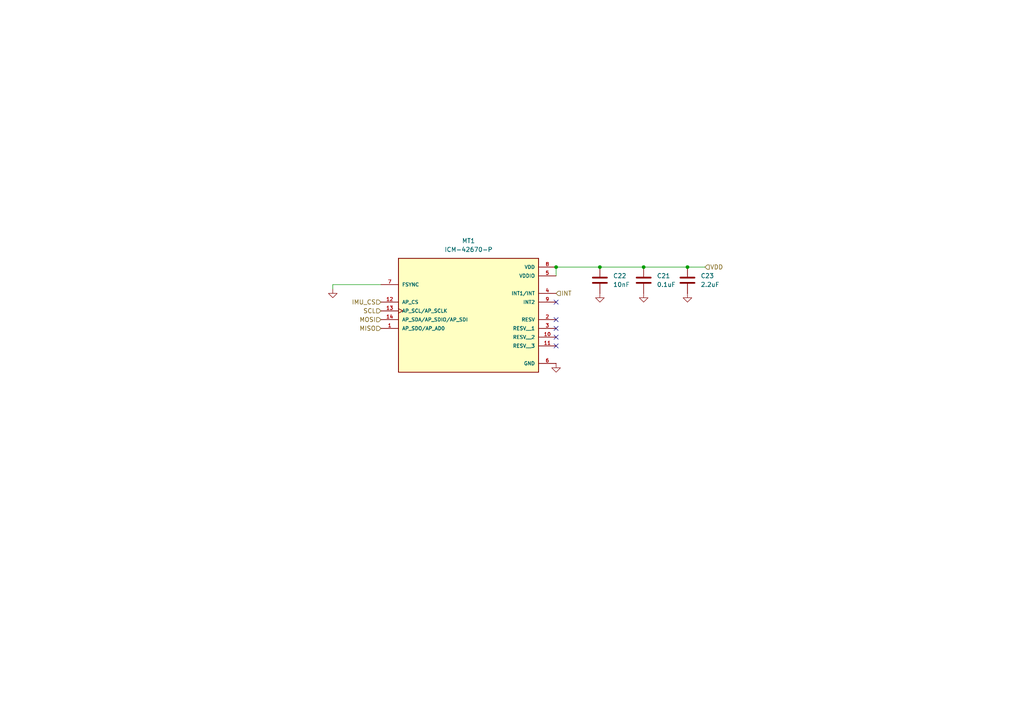
<source format=kicad_sch>
(kicad_sch (version 20250114) (generator "eeschema") (generator_version "9.0")
  (paper "A4")
  (lib_symbols
    (symbol "Device:C" (pin_numbers (hide yes)) (pin_names (offset 0.254))
      (property "Reference" "C" (at 0.635 2.54 0))
      (property "Value" "C" (at 0.635 -2.54 0))
      (symbol "C_0_1"
        (polyline (pts (xy -2.032 0.762) (xy 2.032 0.762)) (stroke (width 0.508)))
        (polyline (pts (xy -2.032 -0.762) (xy 2.032 -0.762)) (stroke (width 0.508)))
      )
      (symbol "C_1_1"
        (pin passive line (at 0 3.81 270) (length 2.794) (name "~") (number "1"))
        (pin passive line (at 0 -3.81 90) (length 2.794) (name "~") (number "2"))
      )
    )
    (symbol "ICM-42670-P:ICM-42670-P" (pin_names (offset 1.016))
      (property "Reference" "MT" (at -20.32 13.97 0))
      (property "Value" "ICM-42670-P" (at -20.32 -22.86 0))
      (symbol "ICM-42670-P_0_0"
        (rectangle (start -20.32 -20.32) (end 20.32 12.7) (stroke (width 0.254)) (fill (type background)))
        (pin input line (at -25.4 5.08 0) (length 5.08) (name "FSYNC") (number "7"))
        (pin input line (at -25.4 0 0) (length 5.08) (name "AP_CS") (number "12"))
        (pin input clock (at -25.4 -2.54 0) (length 5.08) (name "AP_SCL/AP_SCLK") (number "13"))
        (pin bidirectional line (at -25.4 -5.08 0) (length 5.08) (name "AP_SDA/AP_SDIO/AP_SDI") (number "14"))
        (pin bidirectional line (at -25.4 -7.62 0) (length 5.08) (name "AP_SDO/AP_AD0") (number "1"))
        (pin power_in line (at 25.4 10.16 180) (length 5.08) (name "VDD") (number "8"))
        (pin power_in line (at 25.4 7.62 180) (length 5.08) (name "VDDIO") (number "5"))
        (pin output line (at 25.4 2.54 180) (length 5.08) (name "INT1/INT") (number "4"))
        (pin output line (at 25.4 0 180) (length 5.08) (name "INT2") (number "9"))
        (pin passive line (at 25.4 -5.08 180) (length 5.08) (name "RESV") (number "2"))
        (pin passive line (at 25.4 -7.62 180) (length 5.08) (name "RESV__1") (number "3"))
        (pin passive line (at 25.4 -10.16 180) (length 5.08) (name "RESV__2") (number "10"))
        (pin passive line (at 25.4 -12.7 180) (length 5.08) (name "RESV__3") (number "11"))
        (pin power_in line (at 25.4 -17.78 180) (length 5.08) (name "GND") (number "6"))
      )
    )
    (symbol "power:GND" (power) (pin_numbers (hide yes)) (pin_names (offset 0) (hide yes))
      (property "Value" "GND" (at 0 -3.81 0))
      (symbol "GND_0_1"
        (polyline (pts (xy 0 0) (xy 0 -1.27) (xy 1.27 -1.27) (xy 0 -2.54) (xy -1.27 -1.27) (xy 0 -1.27)))
      )
      (symbol "GND_1_1"
        (pin power_in line (at 0 0 270) (length 0) (name "~") (number "1"))
      )
    )
  )
  (junction (at 186.69 77.47))
  (junction (at 199.39 77.47))
  (junction (at 161.29 77.47))
  (junction (at 173.99 77.47))
  (no_connect (at 161.29 95.25))
  (no_connect (at 161.29 100.33))
  (no_connect (at 161.29 87.63))
  (no_connect (at 161.29 97.79))
  (no_connect (at 161.29 92.71))
  (wire (pts (xy 96.52 82.55) (xy 96.52 83.82)))
  (wire (pts (xy 161.29 77.47) (xy 161.29 80.01)))
  (wire (pts (xy 204.47 77.47) (xy 199.39 77.47)))
  (wire (pts (xy 161.29 77.47) (xy 173.99 77.47)))
  (wire (pts (xy 110.49 82.55) (xy 96.52 82.55)))
  (wire (pts (xy 199.39 77.47) (xy 186.69 77.47)))
  (wire (pts (xy 173.99 77.47) (xy 186.69 77.47)))
  (hierarchical_label "VDD" (shape input) (at 204.47 77.47 0))
  (hierarchical_label "MOSI" (shape input) (at 110.49 92.71 180))
  (hierarchical_label "SCL" (shape input) (at 110.49 90.17 180))
  (hierarchical_label "IMU_CS" (shape input) (at 110.49 87.63 180))
  (hierarchical_label "INT" (shape input) (at 161.29 85.09 0))
  (hierarchical_label "MISO" (shape input) (at 110.49 95.25 180))
  (symbol (lib_id "power:GND") (at 199.39 85.09 0) (unit 1)
    (property "Reference" "#PWR040" (effects (hide yes)))
    (property "Value" "GND" (effects (hide yes)))
    (property "Description" "Power symbol creates a global label with name \"GND\" , ground" (effects (hide yes)))
  )
  (symbol (lib_id "power:GND") (at 186.69 85.09 0) (unit 1)
    (property "Reference" "#PWR038" (effects (hide yes)))
    (property "Value" "GND" (effects (hide yes)))
    (property "Description" "Power symbol creates a global label with name \"GND\" , ground" (effects (hide yes)))
  )
  (symbol (lib_id "power:GND") (at 173.99 85.09 0) (unit 1)
    (property "Reference" "#PWR039" (effects (hide yes)))
    (property "Value" "GND" (effects (hide yes)))
    (property "Description" "Power symbol creates a global label with name \"GND\" , ground" (effects (hide yes)))
  )
  (symbol (lib_id "power:GND") (at 161.29 105.41 0) (unit 1)
    (property "Reference" "#PWR037" (effects (hide yes)))
    (property "Value" "GND" (effects (hide yes)))
    (property "Description" "Power symbol creates a global label with name \"GND\" , ground" (effects (hide yes)))
  )
  (symbol (lib_id "Device:C") (at 173.99 81.28 0) (unit 1)
    (property "Reference" "C22" (at 177.8 80.0099 0) (effects (justify left)))
    (property "Value" "10nF" (at 177.8 82.5499 0) (effects (justify left)))
    (property "Description" "Unpolarized capacitor" (effects (hide yes)))
  )
  (symbol (lib_id "power:GND") (at 96.52 83.82 0) (unit 1)
    (property "Reference" "#PWR041" (effects (hide yes)))
    (property "Value" "GND" (effects (hide yes)))
    (property "Description" "Power symbol creates a global label with name \"GND\" , ground" (effects (hide yes)))
  )
  (symbol (lib_id "Device:C") (at 199.39 81.28 0) (unit 1)
    (property "Reference" "C23" (at 203.2 80.0099 0) (effects (justify left)))
    (property "Value" "2.2uF" (at 203.2 82.5499 0) (effects (justify left)))
    (property "Description" "Unpolarized capacitor" (effects (hide yes)))
  )
  (symbol (lib_id "Device:C") (at 186.69 81.28 0) (unit 1)
    (property "Reference" "C21" (at 190.5 80.0099 0) (effects (justify left)))
    (property "Value" "0.1uF" (at 190.5 82.5499 0) (effects (justify left)))
    (property "Description" "Unpolarized capacitor" (effects (hide yes)))
  )
  (symbol (lib_id "ICM-42670-P:ICM-42670-P") (at 135.89 87.63 0) (unit 1)
    (property "Reference" "MT1" (at 135.89 69.85 0))
    (property "Value" "ICM-42670-P" (at 135.89 72.39 0))
    (property "Footprint" "ICM-42670-P:XDCR_ICM-42670-P" (effects (hide yes)))
    (property "PARTREV" "1.1" (effects (hide yes)))
    (property "STANDARD" "Manufacturer Recommendations" (effects (hide yes)))
    (property "MAXIMUM_PACKAGE_HEIGHT" "0.81 mm" (effects (hide yes)))
    (property "MANUFACTURER" "TDK InvenSense" (effects (hide yes)))
  )
)
</source>
